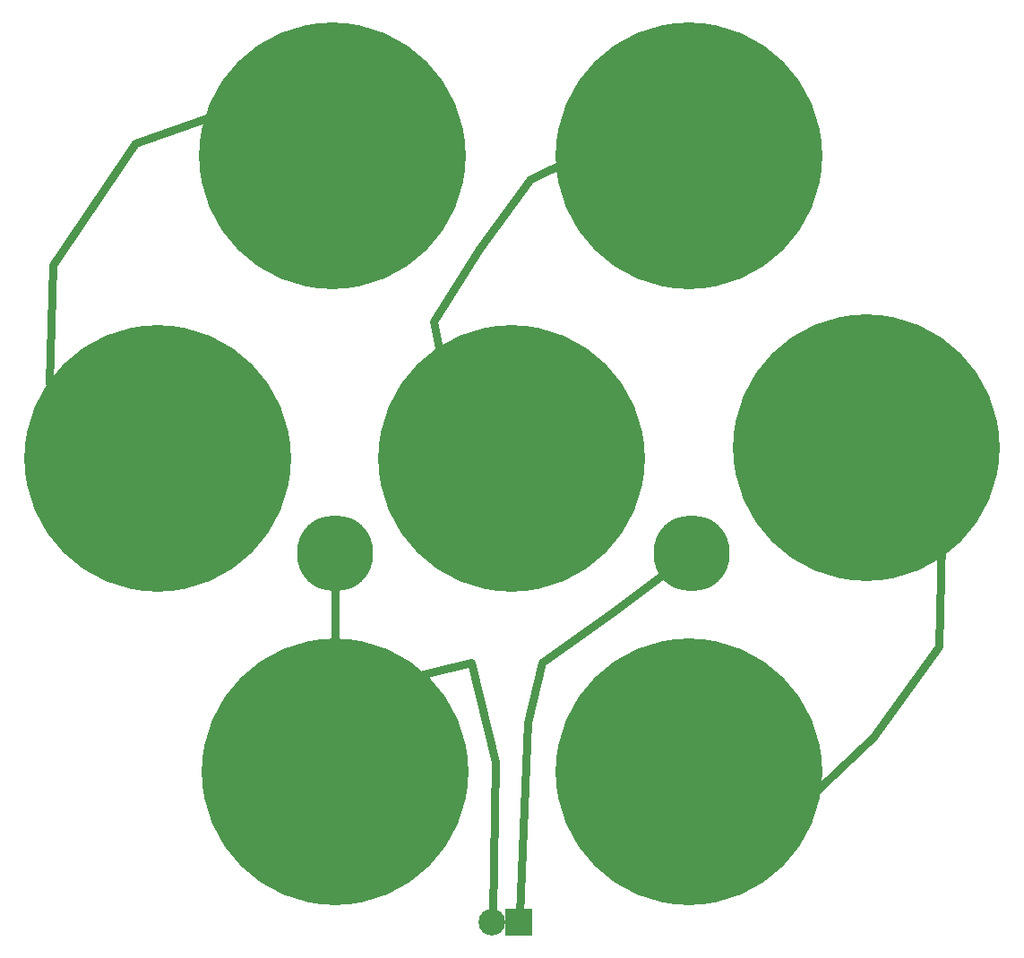
<source format=gtl>
G04 MADE WITH FRITZING*
G04 WWW.FRITZING.ORG*
G04 DOUBLE SIDED*
G04 HOLES PLATED*
G04 CONTOUR ON CENTER OF CONTOUR VECTOR*
%ASAXBY*%
%FSLAX23Y23*%
%MOIN*%
%OFA0B0*%
%SFA1.0B1.0*%
%ADD10C,0.099055*%
%ADD11C,0.283464*%
%ADD12C,0.992127*%
%ADD13R,0.099055X0.099055*%
%ADD14C,0.030000*%
%LNCOPPER1*%
G90*
G70*
G54D10*
X2036Y201D03*
X1936Y201D03*
G54D11*
X2680Y1572D03*
X1351Y1572D03*
G54D12*
X2670Y3053D03*
X2010Y1927D03*
X692Y1927D03*
X3329Y1966D03*
X1341Y3053D03*
X1351Y761D03*
X2670Y761D03*
G54D13*
X2036Y201D03*
G54D14*
X1282Y3074D02*
X913Y3205D01*
D02*
X287Y2207D02*
X640Y1962D01*
D02*
X302Y2647D02*
X287Y2207D01*
D02*
X610Y3099D02*
X302Y2647D01*
D02*
X913Y3205D02*
X610Y3099D01*
D02*
X3354Y891D02*
X3598Y1225D01*
D02*
X3099Y647D02*
X3354Y891D01*
D02*
X2731Y745D02*
X3099Y647D01*
D02*
X3609Y1618D02*
X3369Y1917D01*
D02*
X3598Y1225D02*
X3609Y1618D01*
D02*
X1889Y2706D02*
X1719Y2435D01*
D02*
X2080Y2966D02*
X1889Y2706D01*
D02*
X2309Y3077D02*
X2080Y2966D01*
D02*
X1778Y2138D02*
X1964Y1969D01*
D02*
X2607Y3057D02*
X2309Y3077D01*
D02*
X1719Y2435D02*
X1778Y2138D01*
D02*
X1937Y231D02*
X1948Y795D01*
D02*
X1857Y1167D02*
X1560Y1092D01*
D02*
X1948Y795D02*
X1857Y1167D01*
D02*
X1560Y1092D02*
X1385Y814D01*
D02*
X2038Y231D02*
X2070Y944D01*
D02*
X2388Y1358D02*
X2629Y1535D01*
D02*
X2123Y1167D02*
X2388Y1358D01*
D02*
X2070Y944D02*
X2123Y1167D01*
D02*
X1351Y1509D02*
X1351Y824D01*
G04 End of Copper1*
M02*
</source>
